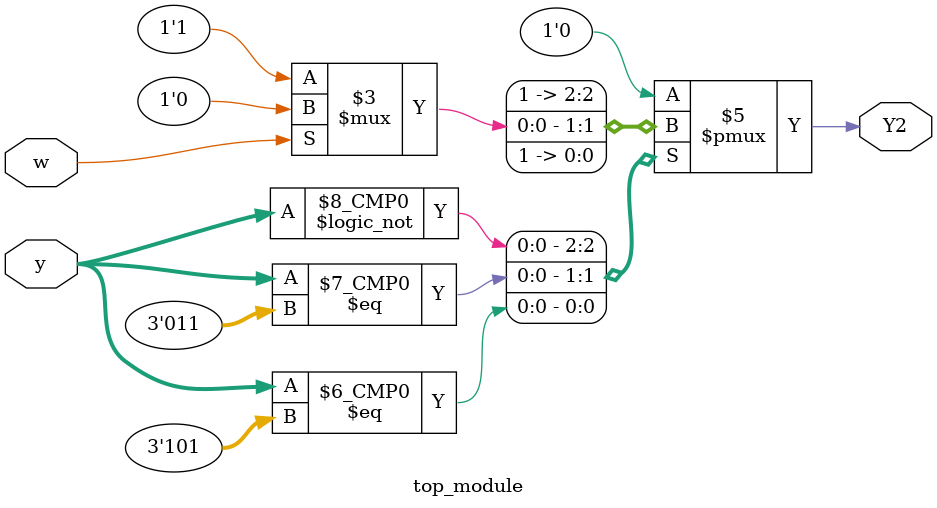
<source format=sv>
module top_module(
	input [3:1] y,
	input w,
	output reg Y2);

	always @(*) begin
		case (y)
			3'b000: Y2 = 1'b1; // A -> B
			3'b001: Y2 = 1'b0; // B -> A
			3'b010: Y2 = 1'b0; // C -> D
			3'b011: Y2 = (w == 1'b0) ? 1'b1 : 1'b0; // D -> A or D -> F
			3'b100: Y2 = 1'b0; // E -> D
			3'b101: Y2 = 1'b1; // F -> D
			default: Y2 = 1'b0; // Default
		endcase
	end
	
endmodule

</source>
